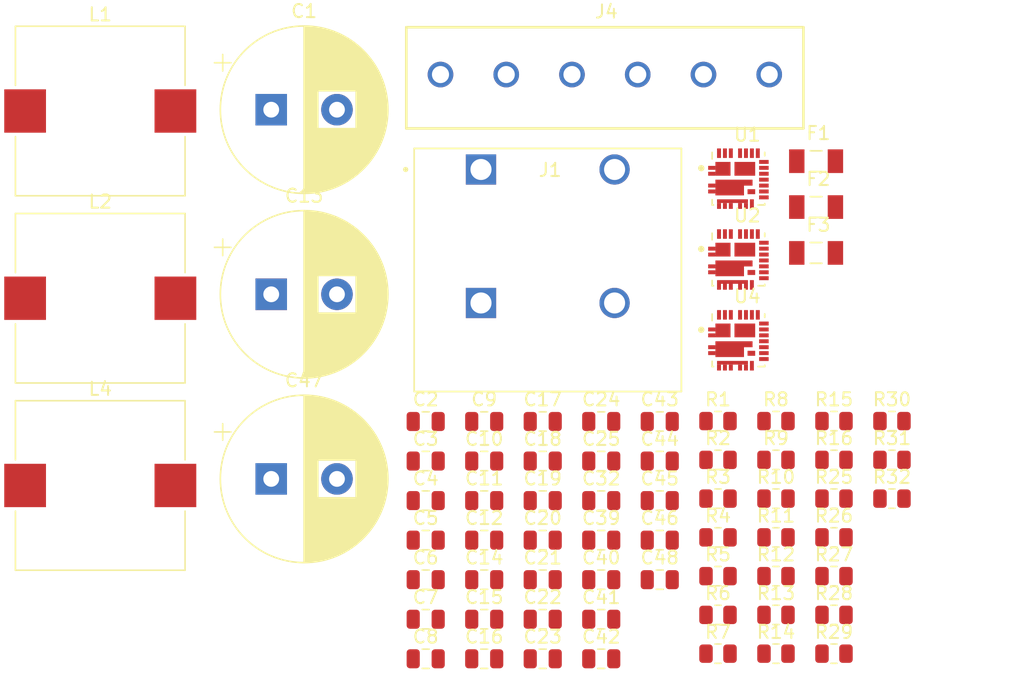
<source format=kicad_pcb>
(kicad_pcb (version 20240108) (generator "pcbnew") (generator_version "8.0")
  (layers (0 "F.Cu" signal) (1 "In1.Cu" power "PWR.Cu") (2 "In2.Cu" power "GND.Cu") (31 "B.Cu" signal) (34 "B.Paste" user) (35 "F.Paste" user) (36 "B.SilkS" user "B.Silkscreen") (37 "F.SilkS" user "F.Silkscreen") (38 "B.Mask" user) (39 "F.Mask" user) (44 "Edge.Cuts" user))
  (net 0 "")
  (net 1 "/V_BAT_IN")
  (net 2 "GND")
  (net 3 "/5V_OUT_3")
  (net 4 "Net-(C25-Pad1)")
  (net 5 "Net-(U4-BOOT)")
  (net 6 "Net-(U4-VOUT)")
  (net 7 "Net-(U4-VDD)")
  (net 8 "Net-(U4-VDRV)")
  (net 9 "Net-(U4-SW)")
  (net 10 "Net-(U4-PHASE)")
  (net 11 "Net-(U4-FB)")
  (net 12 "Net-(U4-MODE1)")
  (net 13 "Net-(U4-PGOOD)")
  (net 14 "Net-(U4-MODE2)")
  (net 15 "Net-(U4-EN)")
  (net 27 "/5V_OUT_2")
  (net 28 "/5V_OUT_1")
  (net 29 "Net-(U1-VDD)")
  (net 30 "Net-(U1-BOOT)")
  (net 31 "Net-(C4-Pad1)")
  (net 32 "Net-(U1-VDRV)")
  (net 33 "Net-(U1-VOUT)")
  (net 34 "Net-(U2-VDD)")
  (net 35 "Net-(C16-Pad1)")
  (net 36 "Net-(U2-BOOT)")
  (net 37 "Net-(U2-VDRV)")
  (net 38 "Net-(U2-VOUT)")
  (net 39 "Net-(U1-SW)")
  (net 40 "Net-(U2-SW)")
  (net 41 "Net-(U1-EN)")
  (net 42 "Net-(U1-MODE2)")
  (net 43 "Net-(U1-MODE1)")
  (net 44 "Net-(U1-PHASE)")
  (net 45 "Net-(U1-PGOOD)")
  (net 46 "Net-(U1-FB)")
  (net 47 "Net-(U2-EN)")
  (net 48 "Net-(U2-MODE2)")
  (net 49 "Net-(U2-MODE1)")
  (net 50 "Net-(U2-PHASE)")
  (net 51 "Net-(U2-PGOOD)")
  (net 52 "Net-(U2-FB)")
  (footprint "Capacitor_SMD:C_0805_2012Metric" (layer "F.Cu") (at 199.8175 131.2)
    (property "Reference" "C16" (at 0 -1.68 0) (layer "F.SilkS"))
    (property "Value" "100nF")
    (pad "1" smd roundrect (at -0.95 0) (size 1 1.45) (layers "F.Cu" "F.Paste" "F.Mask") (net 35 "Net-(C16-Pad1)"))
    (pad "2" smd roundrect (at 0.95 0) (size 1 1.45) (layers "F.Cu" "F.Paste" "F.Mask") (net 36 "Net-(U2-BOOT)"))
  )
  (footprint "Capacitor_SMD:C_0805_2012Metric" (layer "F.Cu") (at 208.7175 116.15)
    (property "Reference" "C25" (at 0 -1.68 0) (layer "F.SilkS"))
    (property "Value" "100nF")
    (pad "1" smd roundrect (at -0.95 0) (size 1 1.45) (layers "F.Cu" "F.Paste" "F.Mask") (net 4 "Net-(C25-Pad1)"))
    (pad "2" smd roundrect (at 0.95 0) (size 1 1.45) (layers "F.Cu" "F.Paste" "F.Mask") (net 5 "Net-(U4-BOOT)"))
  )
  (footprint "Capacitor_THT:CP_Radial_D12.5mm_P5.00mm" (layer "F.Cu") (at 183.619582 117.51)
    (property "Reference" "C47" (at 2.5 -7.5 0) (layer "F.SilkS"))
    (property "Value" "150uF")
    (pad "1" thru_hole rect (at 0 0) (size 2.4 2.4) (drill 1.2) (layers "*.Cu" "*.Mask") (net 1 "/V_BAT_IN"))
    (pad "2" thru_hole circle (at 5 0) (size 2.4 2.4) (drill 1.2) (layers "*.Cu" "*.Mask") (net 2 "GND"))
  )
  (footprint "Capacitor_SMD:C_0805_2012Metric" (layer "F.Cu") (at 213.1675 125.18)
    (property "Reference" "C48" (at 0 -1.68 0) (layer "F.SilkS"))
    (property "Value" "100nF")
    (pad "1" smd roundrect (at -0.95 0) (size 1 1.45) (layers "F.Cu" "F.Paste" "F.Mask") (net 1 "/V_BAT_IN"))
    (pad "2" smd roundrect (at 0.95 0) (size 1 1.45) (layers "F.Cu" "F.Paste" "F.Mask") (net 2 "GND"))
  )
  (footprint "Capacitor_SMD:C_0805_2012Metric" (layer "F.Cu") (at 204.2675 119.16)
    (property "Reference" "C19" (at 0 -1.68 0) (layer "F.SilkS"))
    (property "Value" "47uF")
    (pad "1" smd roundrect (at -0.95 0) (size 1 1.45) (layers "F.Cu" "F.Paste" "F.Mask") (net 38 "Net-(U2-VOUT)"))
    (pad "2" smd roundrect (at 0.95 0) (size 1 1.45) (layers "F.Cu" "F.Paste" "F.Mask") (net 2 "GND"))
  )
  (footprint "Capacitor_SMD:C_0805_2012Metric" (layer "F.Cu") (at 195.3675 128.19)
    (property "Reference" "C7" (at 0 -1.68 0) (layer "F.SilkS"))
    (property "Value" "47uF")
    (pad "1" smd roundrect (at -0.95 0) (size 1 1.45) (layers "F.Cu" "F.Paste" "F.Mask") (net 33 "Net-(U1-VOUT)"))
    (pad "2" smd roundrect (at 0.95 0) (size 1 1.45) (layers "F.Cu" "F.Paste" "F.Mask") (net 2 "GND"))
  )
  (footprint "0685P9200_01:FUSC3215X83N" (layer "F.Cu") (at 225.0575 93.33)
    (property "Reference" "F1" (at 0.175 -2.135 0) (layer "F.SilkS"))
    (property "Value" "0685P9200-01")
    (pad "1" smd rect (at -1.47 0) (size 1.17 1.8) (layers "F.Cu" "F.Paste" "F.Mask") (net 6 "Net-(U4-VOUT)"))
    (pad "2" smd rect (at 1.47 0) (size 1.17 1.8) (layers "F.Cu" "F.Paste" "F.Mask") (net 3 "/5V_OUT_3"))
  )
  (footprint "Inductor_SMD:L_Vishay_IHLP-5050" (layer "F.Cu") (at 170.6175 118.01)
    (property "Reference" "L4" (at 0 -7.35 0) (layer "F.SilkS"))
    (property "Value" "1.2uH")
    (pad "1" smd rect (at -5.715 0) (size 3.175 3.3) (layers "F.Cu" "F.Paste" "F.Mask") (net 9 "Net-(U4-SW)"))
    (pad "2" smd rect (at 5.715 0) (size 3.175 3.3) (layers "F.Cu" "F.Paste" "F.Mask") (net 6 "Net-(U4-VOUT)"))
  )
  (footprint "Capacitor_SMD:C_0805_2012Metric" (layer "F.Cu") (at 195.3675 113.14)
    (property "Reference" "C2" (at 0 -1.68 0) (layer "F.SilkS"))
    (property "Value" "100nF")
    (pad "1" smd roundrect (at -0.95 0) (size 1 1.45) (layers "F.Cu" "F.Paste" "F.Mask") (net 1 "/V_BAT_IN"))
    (pad "2" smd roundrect (at 0.95 0) (size 1 1.45) (layers "F.Cu" "F.Paste" "F.Mask") (net 2 "GND"))
  )
  (footprint "Resistor_SMD:R_0805_2012Metric" (layer "F.Cu") (at 217.5975 130.81)
    (property "Reference" "R7" (at 0 -1.65 0) (layer "F.SilkS"))
    (property "Value" "10k")
    (pad "1" smd roundrect (at -0.9125 0) (size 1.025 1.4) (layers "F.Cu" "F.Paste" "F.Mask") (roundrect_rratio 0.243902) (net 46 "Net-(U1-FB)"))
    (pad "2" smd roundrect (at 0.9125 0) (size 1.025 1.4) (layers "F.Cu" "F.Paste" "F.Mask") (roundrect_rratio 0.243902) (net 2 "GND"))
  )
  (footprint "Capacitor_SMD:C_0805_2012Metric" (layer "F.Cu") (at 213.1675 113.14)
    (property "Reference" "C43" (at 0 -1.68 0) (layer "F.SilkS"))
    (property "Value" "47uF")
    (pad "1" smd roundrect (at -0.95 0) (size 1 1.45) (layers "F.Cu" "F.Paste" "F.Mask") (net 6 "Net-(U4-VOUT)"))
    (pad "2" smd roundrect (at 0.95 0) (size 1 1.45) (layers "F.Cu" "F.Paste" "F.Mask") (net 2 "GND"))
  )
  (footprint "SIC431AED_T1_GE3:REGULATOR_SIC431AED-T1-GE3" (layer "F.Cu") (at 219.1495 100.81)
    (property "Reference" "U2" (at 0.677085 -3.345245 0) (layer "F.SilkS") (effects (font (size 1.003079 1.003079))))
    (property "Value" "SIC431AED-T1-GE3")
    (pad "1" smd rect (at -2.025 -0.825) (size 0.55 0.3) (layers "F.Cu" "F.Paste" "F.Mask") (net 1 "/V_BAT_IN"))
    (pad "2" smd rect (at -2.025 -0.375) (size 0.55 0.3) (layers "F.Cu" "F.Paste" "F.Mask"))
    (pad "3" smd rect (at -2.025 0.525) (size 0.55 0.3) (layers "F.Cu" "F.Paste" "F.Mask") (net 2 "GND"))
    (pad "4" smd rect (at -2.025 0.975) (size 0.55 0.3) (layers "F.Cu" "F.Paste" "F.Mask") (net 2 "GND"))
    (pad "5" smd rect (at -1.475 2.075) (size 0.3 0.45) (layers "F.Cu" "F.Paste" "F.Mask") (net 40 "Net-(U2-SW)"))
    (pad "6" smd rect (at -1.025 2.075) (size 0.3 0.45) (layers "F.Cu" "F.Paste" "F.Mask"))
    (pad "7" smd rect (at -0.575 2.075) (size 0.3 0.45) (layers "F.Cu" "F.Paste" "F.Mask"))
    (pad "8" smd rect (at 0.125 2.075) (size 0.3 0.45) (layers "F.Cu" "F.Paste" "F.Mask"))
    (pad "9" smd rect (at 0.575 2.075) (size 0.3 0.45) (layers "F.Cu" "F.Paste" "F.Mask"))
    (pad "9.1" smd rect (at -0.45 1.71) (size 2.35 0.28) (layers "F.Cu" "F.Paste" "F.Mask"))
    (pad "10" smd rect (at 1.025 1.935) (size 0.3 0.73) (layers "F.Cu" "F.Paste" "F.Mask"))
    (pad "11" smd rect (at 1.9375 1.425) (size 0.725 0.3) (layers "F.Cu" "F.Paste" "F.Mask"))
    (pad "12" smd rect (at 1.9375 0.975) (size 0.725 0.3) (layers "F.Cu" "F.Paste" "F.Mask") (net 37 "Net-(U2-VDRV)"))
    (pad "13" smd rect (at 1.9375 0.525) (size 0.725 0.3) (layers "F.Cu" "F.Paste" "F.Mask") (net 2 "GND"))
    (pad "14" smd rect (at 1.9375 0.075) (size 0.725 0.3) (layers "F.Cu" "F.Paste" "F.Mask") (net 51 "Net-(U2-PGOOD)"))
    (pad "15" smd rect (at 1.9375 -0.375) (size 0.725 0.3) (layers "F.Cu" "F.Paste" "F.Mask") (net 34 "Net-(U2-VDD)"))
    (pad "16" smd rect (at 1.9375 -0.825) (size 0.725 0.3) (layers "F.Cu" "F.Paste" "F.Mask") (net 2 "GND"))
    (pad "17" smd rect (at 1.9375 -1.275) (size 0.725 0.3) (layers "F.Cu" "F.Paste" "F.Mask") (net 52 "Net-(U2-FB)"))
    (pad "18" smd rect (at 1.475 -1.9375) (size 0.3 0.725) (layers "F.Cu" "F.Paste" "F.Mask") (net 38 "Net-(U2-VOUT)"))
    (pad "19" smd rect (at 1.025 -1.9375) (size 0.3 0.725) (layers "F.Cu" "F.Paste" "F.Mask") (net 47 "Net-(U2-EN)"))
    (pad "20" smd rect (at 0.575 -1.9375) (size 0.3 0.725) (layers "F.Cu" "F.Paste" "F.Mask") (net 48 "Net-(U2-MODE2)"))
    (pad "21" smd rect (at 0.125 -1.9375) (size 0.3 0.725) (layers "F.Cu" "F.Paste" "F.Mask") (net 49 "Net-(U2-MODE1)"))
    (pad "22" smd rect (at -0.575 -1.9375) (size 0.3 0.725) (layers "F.Cu" "F.Paste" "F.Mask"))
    (pad "23" smd rect (at -1.025 -1.9375) (size 0.3 0.725) (layers "F.Cu" "F.Paste" "F.Mask") (net 36 "Net-(U2-BOOT)"))
    (pad "24" smd rect (at -1.475 -1.9375) (size 0.3 0.725) (layers "F.Cu" "F.Paste" "F.Mask") (net 50 "Net-(U2-PHASE)"))
    (pad "25" smd rect (at 0.4875 -0.75) (size 1.575 1.05) (layers "F.Cu" "F.Paste" "F.Mask") (net 2 "GND"))
    (pad "26" smd rect (at -1.175 -0.75) (size 1.15 1.05) (layers "F.Cu" "F.Paste" "F.Mask"))
    (pad "27_1" smd rect (at -0.6625 0.675) (size 2.175 1.2) (layers "F.Cu" "F.Paste" "F.Mask") (net 2 "GND"))
    (pad "27_2" smd rect (at 0.75 0.3025) (size 0.65 0.455) (layers "F.Cu" "F.Paste" "F.Mask") (net 2 "GND"))
    (pad "28" smd rect (at 0.985 0.99) (size 0.58 0.38) (layers "F.Cu" "F.Paste" "F.Mask"))
  )
  (footprint "Capacitor_SMD:C_0805_2012Metric" (layer "F.Cu") (at 199.8175 119.16)
    (property "Reference" "C11" (at 0 -1.68 0) (layer "F.SilkS"))
    (property "Value" "47uF")
    (pad "1" smd roundrect (at -0.95 0) (size 1 1.45) (layers "F.Cu" "F.Paste" "F.Mask") (net 33 "Net-(U1-VOUT)"))
    (pad "2" smd roundrect (at 0.95 0) (size 1 1.45) (layers "F.Cu" "F.Paste" "F.Mask") (net 2 "GND"))
  )
  (footprint "Resistor_SMD:R_0805_2012Metric" (layer "F.Cu") (at 217.5975 121.96)
    (property "Reference" "R4" (at 0 -1.65 0) (layer "F.SilkS"))
    (property "Value" "100k")
    (pad "1" smd roundrect (at -0.9125 0) (size 1.025 1.4) (layers "F.Cu" "F.Paste" "F.Mask") (roundrect_rratio 0.243902) (net 29 "Net-(U1-VDD)"))
    (pad "2" smd roundrect (at 0.9125 0) (size 1.025 1.4) (layers "F.Cu" "F.Paste" "F.Mask") (roundrect_rratio 0.243902) (net 43 "Net-(U1-MODE1)"))
  )
  (footprint "Resistor_SMD:R_0805_2012Metric" (layer "F.Cu") (at 226.4175 124.91)
    (property "Reference" "R27" (at 0 -1.65 0) (layer "F.SilkS"))
    (property "Value" "73.2")
    (pad "1" smd roundrect (at -0.9125 0) (size 1.025 1.4) (layers "F.Cu" "F.Paste" "F.Mask") (roundrect_rratio 0.243902) (net 11 "Net-(U4-FB)"))
    (pad "2" smd roundrect (at 0.9125 0) (size 1.025 1.4) (layers "F.Cu" "F.Paste" "F.Mask") (roundrect_rratio 0.243902) (net 6 "Net-(U4-VOUT)"))
  )
  (footprint "Capacitor_SMD:C_0805_2012Metric" (layer "F.Cu") (at 199.8175 113.14)
    (property "Reference" "C9" (at 0 -1.68 0) (layer "F.SilkS"))
    (property "Value" "47uF")
    (pad "1" smd roundrect (at -0.95 0) (size 1 1.45) (layers "F.Cu" "F.Paste" "F.Mask") (net 33 "Net-(U1-VOUT)"))
    (pad "2" smd roundrect (at 0.95 0) (size 1 1.45) (layers "F.Cu" "F.Paste" "F.Mask") (net 2 "GND"))
  )
  (footprint "Capacitor_SMD:C_0805_2012Metric" (layer "F.Cu") (at 204.2675 113.14)
    (property "Reference" "C17" (at 0 -1.68 0) (layer "F.SilkS"))
    (property "Value" "4.7uF")
    (pad "1" smd roundrect (at -0.95 0) (size 1 1.45) (layers "F.Cu" "F.Paste" "F.Mask") (net 37 "Net-(U2-VDRV)"))
    (pad "2" smd roundrect (at 0.95 0) (size 1 1.45) (layers "F.Cu" "F.Paste" "F.Mask") (net 2 "GND"))
  )
  (footprint "Capacitor_SMD:C_0805_2012Metric" (layer "F.Cu") (at 195.3675 125.18)
    (property "Reference" "C6" (at 0 -1.68 0) (layer "F.SilkS"))
    (property "Value" "100nF")
    (pad "1" smd roundrect (at -0.95 0) (size 1 1.45) (layers "F.Cu" "F.Paste" "F.Mask") (net 33 "Net-(U1-VOUT)"))
    (pad "2" smd roundrect (at 0.95 0) (size 1 1.45) (layers "F.Cu" "F.Paste" "F.Mask") (net 2 "GND"))
  )
  (footprint "Resistor_SMD:R_0805_2012Metric" (layer "F.Cu") (at 226.4175 113.11)
    (property "Reference" "R15" (at 0 -1.65 0) (layer "F.SilkS"))
    (property "Value" "10k")
    (pad "1" smd roundrect (at -0.9125 0) (size 1.025 1.4) (layers "F.Cu" "F.Paste" "F.Mask") (roundrect_rratio 0.243902) (net 52 "Net-(U2-FB)"))
    (pad "2" smd roundrect (at 0.9125 0) (size 1.025 1.4) (layers "F.Cu" "F.Paste" "F.Mask") (roundrect_rratio 0.243902) (net 2 "GND"))
  )
  (footprint "Resistor_SMD:R_0805_2012Metric" (layer "F.Cu") (at 222.0075 113.11)
    (property "Reference" "R8" (at 0 -1.65 0) (layer "F.SilkS"))
    (property "Value" "73.2")
    (pad "1" smd roundrect (at -0.9125 0) (size 1.025 1.4) (layers "F.Cu" "F.Paste" "F.Mask") (roundrect_rratio 0.243902) (net 46 "Net-(U1-FB)"))
    (pad "2" smd roundrect (at 0.9125 0) (size 1.025 1.4) (layers "F.Cu" "F.Paste" "F.Mask") (roundrect_rratio 0.243902) (net 33 "Net-(U1-VOUT)"))
  )
  (footprint "Resistor_SMD:R_0805_2012Metric" (layer "F.Cu") (at 222.0075 121.96)
    (property "Reference" "R11" (at 0 -1.65 0) (layer "F.SilkS"))
    (property "Value" "200k")
    (pad "1" smd roundrect (at -0.9125 0) (size 1.025 1.4) (layers "F.Cu" "F.Paste" "F.Mask") (roundrect_rratio 0.243902) (net 2 "GND"))
    (pad "2" smd roundrect (at 0.9125 0) (size 1.025 1.4) (layers "F.Cu" "F.Paste" "F.Mask") (roundrect_rratio 0.243902) (net 48 "Net-(U2-MODE2)"))
  )
  (footprint "Resistor_SMD:R_0805_2012Metric" (layer "F.Cu") (at 217.5975 119.01)
    (property "Reference" "R3" (at 0 -1.65 0) (layer "F.SilkS"))
    (property "Value" "200k")
    (pad "1" smd roundrect (at -0.9125 0) (size 1.025 1.4) (layers "F.Cu" "F.Paste" "F.Mask") (roundrect_rratio 0.243902) (net 2 "GND"))
    (pad "2" smd roundrect (at 0.9125 0) (size 1.025 1.4) (layers "F.Cu" "F.Paste" "F.Mask") (roundrect_rratio 0.243902) (net 42 "Net-(U1-MODE2)"))
  )
  (footprint "SIC431AED_T1_GE3:REGULATOR_SIC431AED-T1-GE3" (layer "F.Cu") (at 219.1495 94.66)
    (property "Reference" "U1" (at 0.677085 -3.345245 0) (layer "F.SilkS") (effects (font (size 1.003079 1.003079))))
    (property "Value" "SIC431AED-T1-GE3")
    (pad "1" smd rect (at -2.025 -0.825) (size 0.55 0.3) (layers "F.Cu" "F.Paste" "F.Mask") (net 1 "/V_BAT_IN"))
    (pad "2" smd rect (at -2.025 -0.375) (size 0.55 0.3) (layers "F.Cu" "F.Paste" "F.Mask"))
    (pad "3" smd rect (at -2.025 0.525) (size 0.55 0.3) (layers "F.Cu" "F.Paste" "F.Mask") (net 2 "GND"))
    (pad "4" smd rect (at -2.025 0.975) (size 0.55 0.3) (layers "F.Cu" "F.Paste" "F.Mask") (net 2 "GND"))
    (pad "5" smd rect (at -1.475 2.075) (size 0.3 0.45) (layers "F.Cu" "F.Paste" "F.Mask") (net 39 "Net-(U1-SW)"))
    (pad "6" smd rect (at -1.025 2.075) (size 0.3 0.45) (layers "F.Cu" "F.Paste" "F.Mask"))
    (pad "7" smd rect (at -0.575 2.075) (size 0.3 0.45) (layers "F.Cu" "F.Paste" "F.Mask"))
    (pad "8" smd rect (at 0.125 2.075) (size 0.3 0.45) (layers "F.Cu" "F.Paste" "F.Mask"))
    (pad "9" smd rect (at 0.575 2.075) (size 0.3 0.45) (layers "F.Cu" "F.Paste" "F.Mask"))
    (pad "9.1" smd rect (at -0.45 1.71) (size 2.35 0.28) (layers "F.Cu" "F.Paste" "F.Mask"))
    (pad "10" smd rect (at 1.025 1.935) (size 0.3 0.73) (layers "F.Cu" "F.Paste" "F.Mask"))
    (pad "11" smd rect (at 1.9375 1.425) (size 0.725 0.3) (layers "F.Cu" "F.Paste" "F.Mask"))
    (pad "12" smd rect (at 1.9375 0.975) (size 0.725 0.3) (layers "F.Cu" "F.Paste" "F.Mask") (net 32 "Net-(U1-VDRV)"))
    (pad "13" smd rect (at 1.9375 0.525) (size 0.725 0.3) (layers "F.Cu" "F.Paste" "F.Mask") (net 2 "GND"))
    (pad "14" smd rect (at 1.9375 0.075) (size 0.725 0.3) (layers "F.Cu" "F.Paste" "F.Mask") (net 45 "Net-(U1-PGOOD)"))
    (pad "15" smd rect (at 1.9375 -0.375) (size 0.725 0.3) (layers "F.Cu" "F.Paste" "F.Mask") (net 29 "Net-(U1-VDD)"))
    (pad "16" smd rect (at 1.9375 -0.825) (size 0.725 0.3) (layers "F.Cu" "F.Paste" "F.Mask") (net 2 "GND"))
    (pad "17" smd rect (at 1.9375 -1.275) (size 0.725 0.3) (layers "F.Cu" "F.Paste" "F.Mask") (net 46 "Net-(U1-FB)"))
    (pad "18" smd rect (at 1.475 -1.9375) (size 0.3 0.725) (layers "F.Cu" "F.Paste" "F.Mask") (net 33 "Net-(U1-VOUT)"))
    (pad "19" smd rect (at 1.025 -1.9375) (size 0.3 0.725) (layers "F.Cu" "F.Paste" "F.Mask") (net 41 "Net-(U1-EN)"))
    (pad "20" smd rect (at 0.575 -1.9375) (size 0.3 0.725) (layers "F.Cu" "F.Paste" "F.Mask") (net 42 "Net-(U1-MODE2)"))
    (pad "21" smd rect (at 0.125 -1.9375) (size 0.3 0.725) (layers "F.Cu" "F.Paste" "F.Mask") (net 43 "Net-(U1-MODE1)"))
    (pad "22" smd rect (at -0.575 -1.9375) (size 0.3 0.725) (layers "F.Cu" "F.Paste" "F.Mask"))
    (pad "23" smd rect (at -1.025 -1.9375) (size 0.3 0.725) (layers "F.Cu" "F.Paste" "F.Mask") (net 30 "Net-(U1-BOOT)"))
    (pad "24" smd rect (at -1.475 -1.9375) (size 0.3 0.725) (layers "F.Cu" "F.Paste" "F.Mask") (net 44 "Net-(U1-PHASE)"))
    (pad "25" smd rect (at 0.4875 -0.75) (size 1.575 1.05) (layers "F.Cu" "F.Paste" "F.Mask") (net 2 "GND"))
    (pad "26" smd rect (at -1.175 -0.75) (size 1.15 1.05) (layers "F.Cu" "F.Paste" "F.Mask"))
    (pad "27_1" smd rect (at -0.6625 0.675) (size 2.175 1.2) (layers "F.Cu" "F.Paste" "F.Mask") (net 2 "GND"))
    (pad "27_2" smd rect (at 0.75 0.3025) (size 0.65 0.455) (layers "F.Cu" "F.Paste" "F.Mask") (net 2 "GND"))
    (pad "28" smd rect (at 0.985 0.99) (size 0.58 0.38) (layers "F.Cu" "F.Paste" "F.Mask"))
  )
  (footprint "Capacitor_SMD:C_0805_2012Metric" (layer "F.Cu") (at 208.7175 119.16)
    (property "Reference" "C32" (at 0 -1.68 0) (layer "F.SilkS"))
    (property "Value" "47uF")
    (pad "1" smd roundrect (at -0.95 0) (size 1 1.45) (layers "F.Cu" "F.Paste" "F.Mask") (net 6 "Net-(U4-VOUT)"))
    (pad "2" smd roundrect (at 0.95 0) (size 1 1.45) (layers "F.Cu" "F.Paste" "F.Mask") (net 2 "GND"))
  )
  (footprint "Capacitor_SMD:C_0805_2012Metric" (layer "F.Cu") (at 195.3675 131.2)
    (property "Reference" "C8" (at 0 -1.68 0) (layer "F.SilkS"))
    (property "Value" "47uF")
    (pad "1" smd roundrect (at -0.95 0) (size 1 1.45) (layers "F.Cu" "F.Paste" "F.Mask") (net 33 "Net-(U1-VOUT)"))
    (pad "2" smd roundrect (at 0.95 0) (size 1 1.45) (layers "F.Cu" "F.Paste" "F.Mask") (net 2 "GND"))
  )
  (footprint "Capacitor_SMD:C_0805_2012Metric" (layer "F.Cu") (at 199.8175 122.17)
    (property "Reference" "C12" (at 0 -1.68 0) (layer "F.SilkS"))
    (property "Value" "47uF")
    (pad "1" smd roundrect (at -0.95 0) (size 1 1.45) (layers "F.Cu" "F.Paste" "F.Mask") (net 33 "Net-(U1-VOUT)"))
    (pad "2" smd roundrect (at 0.95 0) (size 1 1.45) (layers "F.Cu" "F.Paste" "F.Mask") (net 2 "GND"))
  )
  (footprint "Resistor_SMD:R_0805_2012Metric" (layer "F.Cu") (at 230.8275 119.01)
    (property "Reference" "R32" (at 0 -1.65 0) (layer "F.SilkS"))
    (property "Value" "309k")
    (pad "1" smd roundrect (at -0.9125 0) (size 1.025 1.4) (layers "F.Cu" "F.Paste" "F.Mask") (roundrect_rratio 0.243902) (net 15 "Net-(U4-EN)"))
    (pad "2" smd roundrect (at 0.9125 0) (size 1.025 1.4) (layers "F.Cu" "F.Paste" "F.Mask") (roundrect_rratio 0.243902) (net 2 "GND"))
  )
  (footprint "0685P9200_01:FUSC3215X83N" (layer "F.Cu") (at 225.0575 100.31)
    (property "Reference" "F3" (at 0.175 -2.135 0) (layer "F.SilkS"))
    (property "Value" "0685P9200-01")
    (pad "1" smd rect (at -1.47 0) (size 1.17 1.8) (layers "F.Cu" "F.Paste" "F.Mask") (net 38 "Net-(U2-VOUT)"))
    (pad "2" smd rect (at 1.47 0) (size 1.17 1.8) (layers "F.Cu" "F.Paste" "F.Mask") (net 28 "/5V_OUT_1"))
  )
  (footprint "Resistor_SMD:R_0805_2012Metric" (layer "F.Cu") (at 222.0075 127.86)
    (property "Reference" "R13" (at 0 -1.65 0) (layer "F.SilkS"))
    (property "Value" "3.3")
    (pad "1" smd roundrect (at -0.9125 0) (size 1.025 1.4) (layers "F.Cu" "F.Paste" "F.Mask") (roundrect_rratio 0.243902) (net 50 "Net-(U2-PHASE)"))
    (pad "2" smd roundrect (at 0.9125 0) (size 1.025 1.4) (layers "F.Cu" "F.Paste" "F.Mask") (roundrect_rratio 0.243902) (net 35 "Net-(C16-Pad1)"))
  )
  (footprint "Capacitor_SMD:C_0805_2012Metric" (layer "F.Cu") (at 199.8175 116.15)
    (property "Reference" "C10" (at 0 -1.68 0) (layer "F.SilkS"))
    (property "Value" "47uF")
    (pad "1" smd roundrect (at -0.95 0) (size 1 1.45) (layers "F.Cu" "F.Paste" "F.Mask") (net 33 "Net-(U1-VOUT)"))
    (pad "2" smd roundrect (at 0.95 0) (size 1 1.45) (layers "F.Cu" "F.Paste" "F.Mask") (net 2 "GND"))
  )
  (footprint "Resistor_SMD:R_0805_2012Metric" (layer "F.Cu") (at 217.5975 113.11)
    (property "Reference" "R1" (at 0 -1.65 0) (layer "F.SilkS"))
    (property "Value" "562k")
    (pad "1" smd roundrect (at -0.9125 0) (size 1.025 1.4) (layers "F.Cu" "F.Paste" "F.Mask") (roundrect_rratio 0.243902) (net 1 "/V_BAT_IN"))
    (pad "2" smd roundrect (at 0.9125 0) (size 1.025 1.4) (layers "F.Cu" "F.Paste" "F.Mask") (roundrect_rratio 0.243902) (net 41 "Net-(U1-EN)"))
  )
  (footprint "Resistor_SMD:R_0805_2012Metric" (layer "F.Cu") (at 217.5975 124.91)
    (property "Reference" "R5" (at 0 -1.65 0) (layer "F.SilkS"))
    (property "Value" "3.3")
    (pad "1" smd roundrect (at -0.9125 0) (size 1.025 1.4) (layers "F.Cu" "F.Paste" "F.Mask") (roundrect_rratio 0.243902) (net 44 "Net-(U1-PHASE)"))
    (pad "2" smd roundrect (at 0.9125 0) (size 1.025 1.4) (layers "F.Cu" "F.Paste" "F.Mask") (roundrect_rratio 0.243902) (net 31 "Net-(C4-Pad1)"))
  )
  (footprint "Capacitor_SMD:C_0805_2012Metric" (layer "F.Cu") (at 208.7175 131.2)
    (property "Reference" "C42" (at 0 -1.68 0) (layer "F.SilkS"))
    (property "Value" "47uF")
    (pad "1" smd roundrect (at -0.95 0) (size 1 1.45) (layers "F.Cu" "F.Paste" "F.Mask") (net 6 "Net-(U4-VOUT)"))
    (pad "2" smd roundrect (at 0.95 0) (size 1 1.45) (layers "F.Cu" "F.Paste" "F.Mask") (net 2 "GND"))
  )
  (footprint "Resistor_SMD:R_0805_2012Metric" (layer "F.Cu") (at 217.5975 127.86)
    (property "Reference" "R6" (at 0 -1.65 0) (layer "F.SilkS"))
    (property "Value" "100k")
    (pad "1" smd roundrect (at -0.9125 0) (size 1.025 1.4) (layers "F.Cu" "F.Paste" "F.Mask") (roundrect_rratio 0.243902) (net 29 "Net-(U1-VDD)"))
    (pad "2" smd roundrect (at 0.9125 0) (size 1.025 1.4) (layers "F.Cu" "F.Paste" "F.Mask") (roundrect_rratio 0.243902) (net 45 "Net-(U1-PGOOD)"))
  )
  (footprint "Capacitor_SMD:C_0805_2012Metric" (layer "F.Cu") (at 204.2675 125.18)
    (property "Reference" "C21" (at 0 -1.68 0) (layer "F.SilkS"))
    (property "Value" "47uF")
    (pad "1" smd roundrect (at -0.95 0) (size 1 1.45) (layers "F.Cu" "F.Paste" "F.Mask") (net 38 "Net-(U2-VOUT)"))
    (pad "2" smd roundrect (at 0.95 0) (size 1 1.45) (layers "F.Cu" "F.Paste" "F.Mask") (net 2 "GND"))
  )
  (footprint "Capacitor_SMD:C_0805_2012Metric" (layer "F.Cu") (at 199.8175 125.18)
    (property "Reference" "C14" (at 0 -1.68 0) (layer "F.SilkS"))
    (property "Value" "100nF")
    (pad "1" smd roundrect (at -0.95 0) (size 1 1.45) (layers "F.Cu" "F.Paste" "F.Mask") (net 1 "/V_BAT_IN"))
    (pad "2" smd roundrect (at 0.95 0) (size 1 1.45) (layers "F.Cu" "F.Paste" "F.Mask") (net 2 "GND"))
  )
  (footprint "Capacitor_THT:CP_Radial_D12.5mm_P5.00mm" (layer "F.Cu") (at 183.619582 103.46)
    (property "Reference" "C13" (at 2.5 -7.5 0) (layer "F.SilkS"))
    (property "Value" "150uF")
    (pad "1" thru_hole rect (at 0 0) (size 2.4 2.4) (drill 1.2) (layers "*.Cu" "*.Mask") (net 1 "/V_BAT_IN"))
    (pad "2" thru_hole circle (at 5 0) (size 2.4 2.4) (drill 1.2) (layers "*.Cu" "*.Mask") (net 2 "GND"))
  )
  (footprint "Resistor_SMD:R_0805_2012Metric" (layer "F.Cu") (at 226.4175 119.01)
    (property "Reference" "R25" (at 0 -1.65 0) (layer "F.SilkS"))
    (property "Value" "3.3")
    (pad "1" smd roundrect (at -0.9125 0) (size 1.025 1.4) (layers "F.Cu" "F.Paste" "F.Mask") (roundrect_rratio 0.243902) (net 10 "Net-(U4-PHASE)"))
    (pad "2" smd roundrect (at 0.9125 0) (size 1.025 1.4) (layers "F.Cu" "F.Paste" "F.Mask") (roundrect_rratio 0.243902) (net 4 "Net-(C25-Pad1)"))
  )
  (footprint "Capacitor_SMD:C_0805_2012Metric" (layer "F.Cu") (at 208.7175 128.19)
    (property "Reference" "C41" (at 0 -1.68 0) (layer "F.SilkS"))
    (property "Value" "47uF")
    (pad "1" smd roundrect (at -0.95 0) (size 1 1.45) (layers "F.Cu" "F.Paste" "F.Mask") (net 6 "Net-(U4-VOUT)"))
    (pad "2" smd roundrect (at 0.95 0) (size 1 1.45) (layers "F.Cu" "F.Paste" "F.Mask") (net 2 "GND"))
  )
  (footprint "Capacitor_SMD:C_0805_2012Metric" (layer "F.Cu") (at 195.3675 122.17)
    (property "Reference" "C5" (at 0 -1.68 0) (layer "F.SilkS"))
    (property "Value" "4.7uF")
    (pad "1" smd roundrect (at -0.95 0) (size 1 1.45) (layers "F.Cu" "F.Paste" "F.Mask") (net 32 "Net-(U1-VDRV)"))
    (pad "2" smd roundrect (at 0.95 0) (size 1 1.45) (layers "F.Cu" "F.Paste" "F.Mask") (net 2 "GND"))
  )
  (footprint "Capacitor_SMD:C_0805_2012Metric" (layer "F.Cu") (at 195.3675 116.15)
    (property "Reference" "C3" (at 0 -1.68 0) (layer "F.SilkS"))
    (property "Value" "1uF")
    (pad "1" smd roundrect (at -0.95 0) (size 1 1.45) (layers "F.Cu" "F.Paste" "F.Mask") (net 29 "Net-(U1-VDD)"))
    (pad "2" smd roundrect (at 0.95 0) (size 1 1.45) (layers "F.Cu" "F.Paste" "F.Mask") (net 2 "GND"))
  )
  (footprint "Capacitor_SMD:C_0805_2012Metric" (layer "F.Cu") (at 208.7175 113.14)
    (property "Reference" "C24" (at 0 -1.68 0) (layer "F.SilkS"))
    (property "Value" "47uF")
    (pad "1" smd roundrect (at -0.95 0) (size 1 1.45) (layers "F.Cu" "F.Paste" "F.Mask") (net 38 "Net-(U2-VOUT)"))
    (pad "2" smd roundrect (at 0.95 0) (size 1 1.45) (layers "F.Cu" "F.Paste" "F.Mask") (net 2 "GND"))
  )
  (footprint "Capacitor_SMD:C_0805_2012Metric" (layer "F.Cu") (at 213.1675 122.17)
    (property "Reference" "C46" (at 0 -1.68 0) (layer "F.SilkS"))
    (property "Value" "4.7uF")
    (pad "1" smd roundrect (at -0.95 0) (size 1 1.45) (layers "F.Cu" "F.Paste" "F.Mask") (net 8 "Net-(U4-VDRV)"))
    (pad "2" smd roundrect (at 0.95 0) (size 1 1.45) (layers "F.Cu" "F.Paste" "F.Mask") (net 2 "GND"))
  )
  (footprint "0685P9200_01:FUSC3215X83N" (layer "F.Cu") (at 225.0575 96.82)
    (property "Reference" "F2" (at 0.175 -2.135 0) (layer "F.SilkS"))
    (property "Value" "0685P9200-01")
    (pad "1" smd rect (at -1.47 0) (size 1.17 1.8) (layers "F.Cu" "F.Paste" "F.Mask") (net 33 "Net-(U1-VOUT)"))
    (pad "2" smd rect (at 1.47 0) (size 1.17 1.8) (layers "F.Cu" "F.Paste" "F.Mask") (net 27 "/5V_OUT_2"))
  )
  (footprint "Resistor_SMD:R_0805_2012Metric" (layer "F.Cu") (at 230.8275 116.06)
    (property "Reference" "R31" (at 0 -1.65 0) (layer "F.SilkS"))
    (property "Value" "562k")
    (pad "1" smd roundrect (at -0.9125 0) (size 1.025 1.4) (layers "F.Cu" "F.Paste" "F.Mask") (roundrect_rratio 0.243902) (net 1 "/V_BAT_IN"))
    (pad "2" smd roundrect (at 0.9125 0) (size 1.025 1.4) (layers "F.Cu" "F.Paste" "F.Mask") (roundrect_rratio 0.243902) (net 15 "Net-(U4-EN)"))
  )
  (footprint "Capacitor_SMD:C_0805_2012Metric" (layer "F.Cu") (at 204.2675 131.2)
    (property "Reference" "C23" (at 0 -1.68 0) (layer "F.SilkS"))
    (property "Value" "47uF")
    (pad "1" smd roundrect (at -0.95 0) (size 1 1.45) (layers "F.Cu" "F.Paste" "F.Mask") (net 38 "Net-(U2-VOUT)"))
    (pad "2" smd roundrect (at 0.95 0) (size 1 1.45) (layers "F.Cu" "F.Paste" "F.Mask") (net 2 "GND"))
  )
  (footprint "Capacitor_SMD:C_0805_2012Metric" (layer "F.Cu") (at 213.1675 119.16)
    (property "Reference" "C45" (at 0 -1.68 0) (layer "F.SilkS"))
    (property "Value" "1uF")
    (pad "1" smd roundrect (at -0.95 0) (size 1 1.45) (layers "F.Cu" "F.Paste" "F.Mask") (net 7 "Net-(U4-VDD)"))
    (pad "2" smd roundrect (at 0.95 0) (size 1 1.45) (layers "F.Cu" "F.Paste" "F.Mask") (net 2 "GND"))
  )
  (footprint "Capacitor_THT:CP_Radial_D12.5mm_P5.00mm" (layer "F.Cu") (at 183.619582 89.41)
    (property "Reference" "C1" (at 2.5 -7.5 0) (layer "F.SilkS"))
    (property "Value" "150uF")
    (pad "1" thru_hole rect (at 0 0) (size 2.4 2.4) (drill 1.2) (layers "*.Cu" "*.Mask") (net 1 "/V_BAT_IN"))
    (pad "2" thru_hole circle (at 5 0) (size 2.4 2.4) (drill 1.2) (layers "*.Cu" "*.Mask") (net 2 "GND"))
  )
  (footprint "Resistor_SMD:R_0805_2012Metric" (layer "F.Cu") (at 222.0075 116.06)
    (property "Reference" "R9" (at 0 -1.65 0) (layer "F.SilkS"))
    (property "Value" "562k")
    (pad "1" smd roundrect (at -0.9125 0) (size 1.025 1.4) (layers "F.Cu" "F.Paste" "F.Mask") (roundrect_rratio 0.243902) (net 1 "/V_BAT_IN"))
    (pad "2" smd roundrect (at 0.9125 0) (size 1.025 1.4) (layers "F.Cu" "F.Paste" "F.Mask") (roundrect_rratio 0.243902) (net 47 "Net-(U2-EN)"))
  )
  (footprint "Resistor_SMD:R_0805_2012Metric" (layer "F.Cu") (at 226.4175 121.96)
    (property "Reference" "R26" (at 0 -1.65 0) (layer "F.SilkS"))
    (property "Value" "10k")
    (pad "1" smd roundrect (at -0.9125 0) (size 1.025 1.4) (layers "F.Cu" "F.Paste" "F.Mask") (roundrect_rratio 0.243902) (net 11 "Net-(U4-FB)"))
    (pad "2" smd roundrect (at 0.9125 0) (size 1.025 1.4) (layers "F.Cu" "F.Paste" "F.Mask") (roundrect_rratio 0.243902) (net 2 "GND"))
  )
  (footprint "Inductor_SMD:L_Vishay_IHLP-5050" (layer "F.Cu") (at 170.6175 103.76)
    (property "Reference" "L2" (at 0 -7.35 0) (layer "F.SilkS"))
    (property "Value" "1.2uH")
    (pad "1" smd rect (at -5.715 0) (size 3.175 3.3) (layers "F.Cu" "F.Paste" "F.Mask") (net 40 "Net-(U2-SW)"))
    (pad "2" smd rect (at 5.715 0) (size 3.175 3.3) (layers "F.Cu" "F.Paste" "F.Mask") (net 38 "Net-(U2-VOUT)"))
  )
  (footprint "Resistor_SMD:R_0805_2012Metric" (layer "F.Cu") (at 222.0075 119.01)
    (property "Reference" "R10" (at 0 -1.65 0) (layer "F.SilkS"))
    (property "Value" "309k")
    (pad "1" smd roundrect (at -0.9125 0) (size 1.025 1.4) (layers "F.Cu" "F.Paste" "F.Mask") (roundrect_rratio 0.243902) (net 47 "Net-(U2-EN)"))
    (pad "2" smd roundrect (at 0.9125 0) (size 1.025 1.4) (layers "F.Cu" "F.Paste" "F.Mask") (roundrect_rratio 0.243902) (net 2 "GND"))
  )
  (footprint "Inductor_SMD:L_Vishay_IHLP-5050" (layer "F.Cu") (at 170.6175 89.51)
    (property "Reference" "L1" (at 0 -7.35 0) (layer "F.SilkS"))
    (property "Value" "1.2uH")
    (pad "1" smd rect (at -5.715 0) (size 3.175 3.3) (layers "F.Cu" "F.Paste" "F.Mask") (net 39 "Net-(U1-SW)"))
    (pad "2" smd rect (at 5.715 0) (size 3.175 3.3) (layers "F.Cu" "F.Paste" "F.Mask") (net 33 "Net-(U1-VOUT)"))
  )
  (footprint "Capacitor_SMD:C_0805_2012Metric" (layer "F.Cu") (at 204.2675 116.15)
    (property "Reference" "C18" (at 0 -1.68 0) (layer "F.SilkS"))
    (property "Value" "100nF")
    (pad "1" smd roundrect (at -0.95 0) (size 1 1.45) (layers "F.Cu" "F.Paste" "F.Mask") (net 38 "Net-(U2-VOUT)"))
    (pad "2" smd roundrect (at 0.95 0) (size 1 1.45) (layers "F.Cu" "F.Paste" "F.Mask") (net 2 "GND"))
  )
  (footprint "Resistor_SMD:R_0805_2012Metric" (layer "F.Cu") (at 226.4175 127.86)
    (property "Reference" "R28" (at 0 -1.65 0) (layer "F.SilkS"))
    (property "Value" "100k")
    (pad "1" smd roundrect (at -0.9125 0) (size 1.025 1.4) (layers "F.Cu" "F.Paste" "F.Mask") (roundrect_rratio 0.243902) (net 7 "Net-(U4-VDD)"))
    (pad "2" smd roundrect (at 0.9125 0) (size 1.025 1.4) (layers "F.Cu" "F.Paste" "F.Mask") (roundrect_rratio 0.243902) (net 12 "Net-(U4-MODE1)"))
  )
  (footprint "Capacitor_SMD:C_0805_2012Metric" (layer "F.Cu") (at 213.1675 116.15)
    (property "Reference" "C44" (at 0 -1.68 0) (layer "F.SilkS"))
    (property "Value" "100nF")
    (pad "1" smd roundrect (at -0.95 0) (size 1 1.45) (layers "F.Cu" "F.Paste" "F.Mask") (net 6 "Net-(U4-VOUT)"))
    (pad "2" smd roundrect (at 0.95 0) (size 1 1.45) (layers "F.Cu" "F.Paste" "F.Mask") (net 2 "GND"))
  )
  (footprint "Capacitor_SMD:C_0805_2012Metric" (layer "F.Cu") (at 204.2675 122.17)
    (property "Reference" "C20" (at 0 -1.68 0) (layer "F.SilkS"))
    (property "Value" "47uF")
    (pad "1" smd roundrect (at -0.95 0) (size 1 1.45) (layers "F.Cu" "F.Paste" "F.Mask") (net 38 "Net-(U2-VOUT)"))
    (pad "2" smd roundrect (at 0.95 0) (size 1 1.45) (layers "F.Cu" "F.Paste" "F.Mask") (net 2 "GND"))
  )
  (footprint "Capacitor_SMD:C_0805_2012Metric" (layer "F.Cu") (at 199.8175 128.19)
    (property "Reference" "C15" (at 0 -1.68 0) (layer "F.SilkS"))
    (property "Value" "1uF")
    (pad "1" smd roundrect (at -0.95 0) (size 1 1.45) (layers "F.Cu" "F.Paste" "F.Mask") (net 34 "Net-(U2-VDD)"))
    (pad "2" smd roundrect (at 0.95 0) (size 1 1.45) (layers "F.Cu" "F.Paste" "F.Mask") (net 2 "GND"))
  )
  (footprint "Resistor_SMD:R_0805_2012Metric" (layer "F.Cu") (at 226.4175 130.81)
    (property "Reference" "R29" (at 0 -1.65 0) (layer "F.SilkS"))
    (property "Value" "100k")
    (pad "1" smd roundrect (at -0.9125 0) (size 1.025 1.4) (layers "F.Cu" "F.Paste" "F.Mask") (roundrect_rratio 0.243902) (net 7 "Net-(U4-VDD)"))
    (pad "2" smd roundrect (at 0.9125 0) (size 1.025 1.4) (layers "F.Cu" "F.Paste" "F.Mask") (roundrect_rratio 0.243902) (net 13 "Net-(U4-PGOOD)"))
  )
  (footprint "Resistor_SMD:R_0805_2012Metric" (layer "F.Cu") (at 230.8275 113.11)
    (property "Reference" "R30" (at 0 -1.65 0) (layer "F.SilkS"))
    (property "Value" "200k")
    (pad "1" smd roundrect (at -0.9125 0) (size 1.025 1.4) (layers "F.Cu" "F.Paste" "F.Mask") (roundrect_rratio 0.243902) (net 2 "GND"))
    (pad "2" smd roundrect (at 0.9125 0) (size 1.025 1.4) (layers "F.Cu" "F.Paste" "F.Mask") (roundrect_rratio 0.243902) (net 14 "Net-(U4-MODE2)"))
  )
  (footprint "Resistor_SMD:R_0805_2012Metric" (layer "F.Cu") (at 226.4175 116.06)
    (property "Reference" "R16" (at 0 -1.65 0) (layer "F.SilkS"))
    (property "Value" "73.2")
    (pad "1" smd roundrect (at -0.9125 0) (size 1.025 1.4) (layers "F.Cu" "F.Paste" "F.Mask") (roundrect_rratio 0.243902) (net 52 "Net-(U2-FB)"))
    (pad "2" smd roundrect (at 0.9125 0) (size 1.025 1.4) (layers "F.Cu" "F.Paste" "F.Mask") (roundrect_rratio 0.243902) (net 38 "Net-(U2-VOUT)"))
  )
  (footprint "Resistor_SMD:R_0805_2012Metric" (layer "F.Cu") (at 222.0075 124.91)
    (property "Reference" "R12" (at 0 -1.65 0) (layer "F.SilkS"))
    (property "Value" "100k")
    (pad "1" smd roundrect (at -0.9125 0) (size 1.025 1.4) (layers "F.Cu" "F.Paste" "F.Mask") (roundrect_rratio 0.243902) (net 34 "Net-(U2-VDD)"))
    (pad "2" smd roundrect (at 0.9125 0) (size 1.025 1.4) (layers "F.Cu" "F.Paste" "F.Mask") (roundrect_rratio 0.243902) (net 49 "Net-(U2-MODE1)"))
  )
  (footprint "Capacitor_SMD:C_0805_2012Metric" (layer "F.Cu") (at 208.7175 122.17)
    (property "Reference" "C39" (at 0 -1.68 0) (layer "F.SilkS"))
    (property "Value" "47uF")
    (pad "1" smd roundrect (at -0.95 0) (size 1 1.45) (layers "F.Cu" "F.Paste" "F.Mask") (net 6 "Net-(U4-VOUT)"))
    (pad "2" smd roundrect (at 0.95 0) (size 1 1.45) (layers "F.Cu" "F.Paste" "F.Mask") (net 2 "GND"))
  )
  (footprint "REAAAL:TE_1986660-2a" (layer "F.Cu") (at 199.5725 93.96)
    (property "Reference" "J1" (at 5.26 0.04 0) (layer "F.SilkS"))
    (property "Value" "Screw_Terminal_01x02")
    (pad "1" thru_hole rect (at 0 0) (size 2.3 2.3) (drill 1.6) (layers "*.Cu" "*.Mask") (net 1 "/V_BAT_IN"))
    (pad "1" thru_hole rect (at 0 10.16) (size 2.3 2.3) (drill 1.6) (layers "*.Cu" "*.Mask") (net 1 "/V_BAT_IN"))
    (pad "2" thru_hole circle (at 10.16 0) (size 2.3 2.3) (drill 1.6) (layers "*.Cu" "*.Mask") (net 2 "GND"))
    (pad "2" thru_hole circle (at 10.16 10.16) (size 2.3 2.3) (drill 1.6) (layers "*.Cu" "*.Mask") (net 2 "GND"))
  )
  (footprint "REAAAL:TEST2" (layer "F.Cu") (at 208.9925 86.735)
    (property "Reference" "J4" (at 0.114 -4.79 180) (layer "F.SilkS"))
    (property "Value" "Screw_Terminal_01x06")
    (pad "1" thru_hole circle (at -12.5 0) (size 1.95 1.95) (drill 1.3) (layers "*.Cu" "*.Mask") (net 28 "/5V_OUT_1"))
    (pad "2" thru_hole circle (at -7.5 0) (size 1.95 1.95) (drill 1.3) (layers "*.Cu" "*.Mask") (net 2 "GND"))
    (pad "3" thru_hole circle (at -2.5 0) (size 1.95 1.95) (drill 1.3) (layers "*.Cu" "*.Mask") (net 27 "/5V_OUT_2"))
    (pad "4" thru_hole circle (at 2.5 0) (size 1.95 1.95) (drill 1.3) (layers "*.Cu" "*.Mask") (net 2 "GND"))
    (pad "5" thru_hole circle (at 7.5 0) (size 1.95 1.95) (drill 1.3) (layers "*.Cu" "*.Mask") (net 3 "/5V_OUT_3"))
    (pad "6" thru_hole circle (at 12.5 0) (size 1.95 1.95) (drill 1.3) (layers "*.Cu" "*.Mask") (net 2 "GND"))
  )
  (footprint "Resistor_SMD:R_0805_2012Metric" (layer "F.Cu") (at 217.5975 116.06)
    (property "Reference" "R2" (at 0 -1.65 0) (layer "F.SilkS"))
    (property "Value" "309k")
    (pad "1" smd roundrect (at -0.9125 0) (size 1.025 1.4) (layers "F.Cu" "F.Paste" "F.Mask") (roundrect_rratio 0.243902) (net 41 "Net-(U1-EN)"))
    (pad "2" smd roundrect (at 0.9125 0) (size 1.025 1.4) (layers "F.Cu" "F.Paste" "F.Mask") (roundrect_rratio 0.243902) (net 2 "GND"))
  )
  (footprint "Capacitor_SMD:C_0805_2012Metric" (layer "F.Cu") (at 204.2675 128.19)
    (property "Reference" "C22" (at 0 -1.68 0) (layer "F.SilkS"))
    (property "Value" "47uF")
    (pad "1" smd roundrect (at -0.95 0) (size 1 1.45) (layers "F.Cu" "F.Paste" "F.Mask") (net 38 "Net-(U2-VOUT)"))
    (pad "2" smd roundrect (at 0.95 0) (size 1 1.45) (layers "F.Cu" "F.Paste" "F.Mask") (net 2 "GND"))
  )
  (footprint "Resistor_SMD:R_0805_2012Metric" (layer "F.Cu") (at 222.0075 130.81)
    (property "Reference" "R14" (at 0 -1.65 0) (layer "F.SilkS"))
    (property "Value" "100k")
    (pad "1" smd roundrect (at -0.9125 0) (size 1.025 1.4) (layers "F.Cu" "F.Paste" "F.Mask") (roundrect_rratio 0.243902) (net 34 "Net-(U2-VDD)"))
    (pad "2" smd roundrect (at 0.9125 0) (size 1.025 1.4) (layers "F.Cu" "F.Paste" "F.Mask") (roundrect_rratio 0.243902) (net 51 "Net-(U2-PGOOD)"))
  )
  (footprint "Capacitor_SMD:C_0805_2012Metric" (layer "F.Cu") (at 208.7175 125.18)
    (property "Reference" "C40" (at 0 -1.68 0) (layer "F.SilkS"))
    (property "Value" "47uF")
    (pad "1" smd roundrect (at -0.95 0) (size 1 1.45) (layers "F.Cu" "F.Paste" "F.Mask") (net 6 "Net-(U4-VOUT)"))
    (pad "2" smd roundrect (at 0.95 0) (size 1 1.45) (layers "F.Cu" "F.Paste" "F.Mask") (net 2 "GND"))
  )
  (footprint "Capacitor_SMD:C_0805_2012Metric" (layer "F.Cu") (at 195.3675 119.16)
    (property "Reference" "C4" (at 0 -1.68 0) (layer "F.SilkS"))
    (property "Value" "100nF")
    (pad "1" smd roundrect (at -0.95 0) (size 1 1.45) (layers "F.Cu" "F.Paste" "F.Mask") (net 31 "Net-(C4-Pad1)"))
    (pad "2" smd roundrect (at 0.95 0) (size 1 1.45) (layers "F.Cu" "F.Paste" "F.Mask") (net 30 "Net-(U1-BOOT)"))
  )
  (footprint "SIC431AED_T1_GE3:REGULATOR_SIC431AED-T1-GE3" (layer "F.Cu") (at 219.1495 106.96)
    (property "Reference" "U4" (at 0.677085 -3.345245 0) (layer "F.SilkS") (effects (font (size 1.003079 1.003079))))
    (property "Value" "SIC431AED-T1-GE3")
    (pad "1" smd rect (at -2.025 -0.825) (size 0.55 0.3) (layers "F.Cu" "F.Paste" "F.Mask") (net 1 "/V_BAT_IN"))
    (pad "2" smd rect (at -2.025 -0.375) (size 0.55 0.3) (layers "F.Cu" "F.Paste" "F.Mask"))
    (pad "3" smd rect (at -2.025 0.525) (size 0.55 0.3) (layers "F.Cu" "F.Paste" "F.Mask") (net 2 "GND"))
    (pad "4" smd rect (at -2.025 0.975) (size 0.55 0.3) (layers "F.Cu" "F.Paste" "F.Mask") (net 2 "GND"))
    (pad "5" smd rect (at -1.475 2.075) (size 0.3 0.45) (layers "F.Cu" "F.Paste" "F.Mask") (net 9 "Net-(U4-SW)"))
    (pad "6" smd rect (at -1.025 2.075) (size 0.3 0.45) (layers "F.Cu" "F.Paste" "F.Mask"))
    (pad "7" smd rect (at -0.575 2.075) (size 0.3 0.45) (layers "F.Cu" "F.Paste" "F.Mask"))
    (pad "8" smd rect (at 0.125 2.075) (size 0.3 0.45) (layers "F.Cu" "F.Paste" "F.Mask"))
    (pad "9" smd rect (at 0.575 2.075) (size 0.3 0.45) (layers "F.Cu" "F.Paste" "F.Mask"))
    (pad "9.1" smd rect (at -0.45 1.71) (size 2.35 0.28) (layers "F.Cu" "F.Paste" "F.Mask"))
    (pad "10" smd rect (at 1.025 1.935) (size 0.3 0.73) (layers "F.Cu" "F.Paste" "F.Mask"))
    (pad "11" smd rect (at 1.9375 1.425) (size 0.725 0.3) (layers "F.Cu" "F.Paste" "F.Mask"))
    (pad "12" smd rect (at 1.9375 0.975) (size 0.725 0.3) (layers "F.Cu" "F.Paste" "F.Mask") (net 8 "Net-(U4-VDRV)"))
    (pad "13" smd rect (at 1.9375 0.525) (size 0.725 0.3) (layers "F.Cu" "F.Paste" "F.Mask") (net 2 "GND"))
    (pad "14" smd rect (at 1.9375 0.075) (size 0.725 0.3) (layers "F.Cu" "F.Paste" "F.Mask") (net 13 "Net-(U4-PGOOD)"))
    (pad "15" smd rect (at 1.9375 -0.375) (size 0.725 0.3) (layers "F.Cu" "F.Paste" "F.Mask") (net 7 "Net-(U4-VDD)"))
    (pad "16" smd rect (at 1.9375 -0.825) (size 0.725 0.3) (layers "F.Cu" "F.Paste" "F.Mask") (net 2 "GND"))
    (pad "17" smd rect (at 1.9375 -1.275) (size 0.725 0.3) (layers "F.Cu" "F.Paste" "F.Mask") (net 11 "Net-(U4-FB)"))
    (pad "18" smd rect (at 1.475 -1.9375) (size 0.3 0.725) (layers "F.Cu" "F.Paste" "F.Mask") (net 6 "Net-(U4-VOUT)"))
    (pad "19" smd rect (at 1.025 -1.9375) (size 0.3 0.725) (layers "F.Cu" "F.Paste" "F.Mask") (net 15 "Net-(U4-EN)"))
    (pad "20" smd rect (at 0.575 -1.9375) (size 0.3 0.725) (layers "F.Cu" "F.Paste" "F.Mask") (net 14 "Net-(U4-MODE2)"))
    (pad "21" smd rect (at 0.125 -1.9375) (size 0.3 0.725) (layers "F.Cu" "F.Paste" "F.Mask") (net 12 "Net-(U4-MODE1)"))
    (pad "22" smd rect (at -0.575 -1.9375) (size 0.3 0.725) (layers "F.Cu" "F.Paste" "F.Mask"))
    (pad "23" smd rect (at -1.025 -1.9375) (size 0.3 0.725) (layers "F.Cu" "F.Paste" "F.Mask") (net 5 "Net-(U4-BOOT)"))
    (pad "24" smd rect (at -1.475 -1.9375) (size 0.3 0.725) (layers "F.Cu" "F.Paste" "F.Mask") (net 10 "Net-(U4-PHASE)"))
    (pad "25" smd rect (at 0.4875 -0.75) (size 1.575 1.05) (layers "F.Cu" "F.Paste" "F.Mask") (net 2 "GND"))
    (pad "26" smd rect (at -1.175 -0.75) (size 1.15 1.05) (layers "F.Cu" "F.Paste" "F.Mask"))
    (pad "27_1" smd rect (at -0.6625 0.675) (size 2.175 1.2) (layers "F.Cu" "F.Paste" "F.Mask") (net 2 "GND"))
    (pad "27_2" smd rect (at 0.75 0.3025) (size 0.65 0.455) (layers "F.Cu" "F.Paste" "F.Mask") (net 2 "GND"))
    (pad "28" smd rect (at 0.985 0.99) (size 0.58 0.38) (layers "F.Cu" "F.Paste" "F.Mask"))
  )
)
</source>
